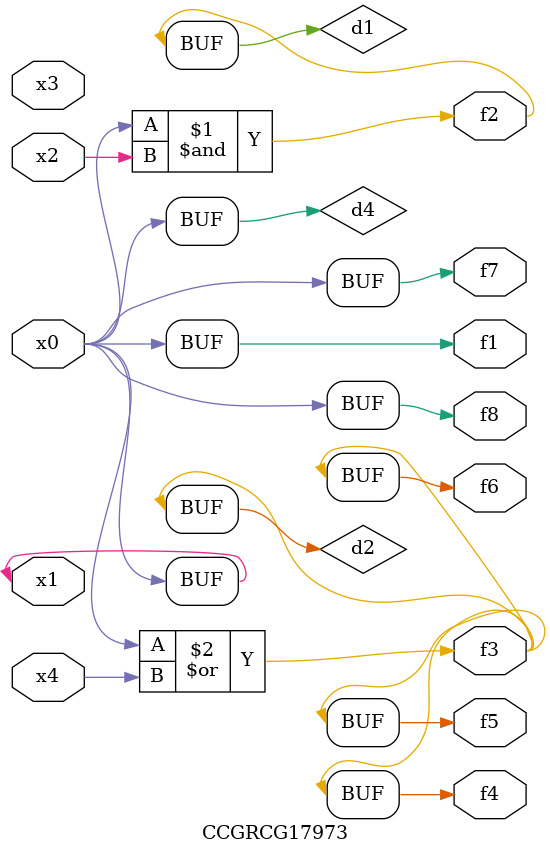
<source format=v>
module CCGRCG17973(
	input x0, x1, x2, x3, x4,
	output f1, f2, f3, f4, f5, f6, f7, f8
);

	wire d1, d2, d3, d4;

	and (d1, x0, x2);
	or (d2, x0, x4);
	nand (d3, x0, x2);
	buf (d4, x0, x1);
	assign f1 = d4;
	assign f2 = d1;
	assign f3 = d2;
	assign f4 = d2;
	assign f5 = d2;
	assign f6 = d2;
	assign f7 = d4;
	assign f8 = d4;
endmodule

</source>
